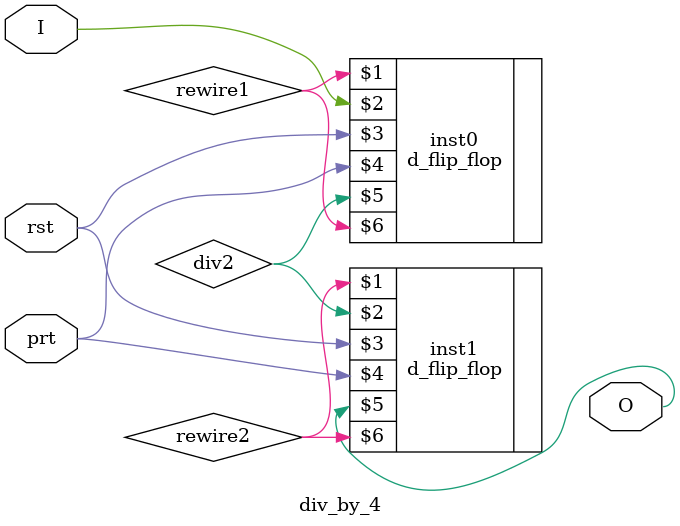
<source format=v>
module div_by_4(I,O,rst,prt);	//divide by 4 circuit

		input wire I,rst,prt; //inputs are I-input clock,rst-reset for flip-flop, and prt-preset for flip-flop
		output wire O;	//output O - input clock signal divided by 4
		wire rewire1, rewire2, div2;	//wires to wire one divide by two circuit to the other, and to wire the QNOT output to D input
		
		d_flip_flop inst0 (rewire1, I, rst, prt, div2, rewire1);	//instance of d flip-flop to divide clock input by two and be wired to second instance
		d_flip_flop inst1 (rewire2, div2, rst, prt, O, rewire2); //first divide by two circuit is wired into a second flip-flop to make divide by 4
			
endmodule	//end of divide by 4 module

</source>
